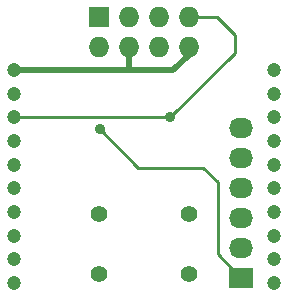
<source format=gtl>
G04 #@! TF.FileFunction,Copper,L1,Top,Signal*
%FSLAX46Y46*%
G04 Gerber Fmt 4.6, Leading zero omitted, Abs format (unit mm)*
G04 Created by KiCad (PCBNEW (2014-11-17 BZR 5289)-product) date Fri 09 Jan 2015 11:16:49 AM EST*
%MOMM*%
G01*
G04 APERTURE LIST*
%ADD10C,0.100000*%
%ADD11C,1.200000*%
%ADD12R,2.032000X1.727200*%
%ADD13O,2.032000X1.727200*%
%ADD14C,1.397000*%
%ADD15R,1.727200X1.727200*%
%ADD16O,1.727200X1.727200*%
%ADD17C,0.889000*%
%ADD18C,0.500000*%
%ADD19C,0.254000*%
G04 APERTURE END LIST*
D10*
D11*
X172250000Y-111500000D03*
X172250000Y-113500000D03*
X172250000Y-115500000D03*
X172250000Y-117500000D03*
X172250000Y-119500000D03*
X172250000Y-121500000D03*
X172250000Y-123500000D03*
X172250000Y-125500000D03*
X172250000Y-127500000D03*
X172250000Y-129500000D03*
D12*
X191500000Y-129100000D03*
D13*
X191500000Y-126560000D03*
X191500000Y-124020000D03*
X191500000Y-121480000D03*
X191500000Y-118940000D03*
X191500000Y-116400000D03*
D11*
X194250000Y-111500000D03*
X194250000Y-113500000D03*
X194250000Y-115500000D03*
X194250000Y-117500000D03*
X194250000Y-119500000D03*
X194250000Y-121500000D03*
X194250000Y-123500000D03*
X194250000Y-125500000D03*
X194250000Y-127500000D03*
X194250000Y-129500000D03*
D14*
X187060000Y-123710000D03*
X187060000Y-128790000D03*
X179440000Y-123710000D03*
X179440000Y-128790000D03*
D15*
X179440000Y-106980000D03*
D16*
X179440000Y-109520000D03*
X181980000Y-106980000D03*
X181980000Y-109520000D03*
X184520000Y-106980000D03*
X184520000Y-109520000D03*
X187060000Y-106980000D03*
X187060000Y-109520000D03*
D17*
X185500000Y-115500000D03*
X179500000Y-116500000D03*
D18*
X181980000Y-109520000D02*
X181980000Y-111500000D01*
X181980000Y-111500000D02*
X182000000Y-111500000D01*
X172250000Y-111500000D02*
X182000000Y-111500000D01*
X182000000Y-111500000D02*
X185750000Y-111500000D01*
X187060000Y-110190000D02*
X187060000Y-109520000D01*
X185750000Y-111500000D02*
X187060000Y-110190000D01*
D19*
X172250000Y-115500000D02*
X185500000Y-115500000D01*
X189480000Y-106980000D02*
X187060000Y-106980000D01*
X191000000Y-108500000D02*
X189480000Y-106980000D01*
X191000000Y-110000000D02*
X191000000Y-108500000D01*
X185500000Y-115500000D02*
X191000000Y-110000000D01*
X189500000Y-127100000D02*
X191500000Y-129100000D01*
X189500000Y-121000000D02*
X189500000Y-127100000D01*
X188250000Y-119750000D02*
X189500000Y-121000000D01*
X182750000Y-119750000D02*
X188250000Y-119750000D01*
X179500000Y-116500000D02*
X182750000Y-119750000D01*
X191350000Y-129100000D02*
X191500000Y-129100000D01*
M02*

</source>
